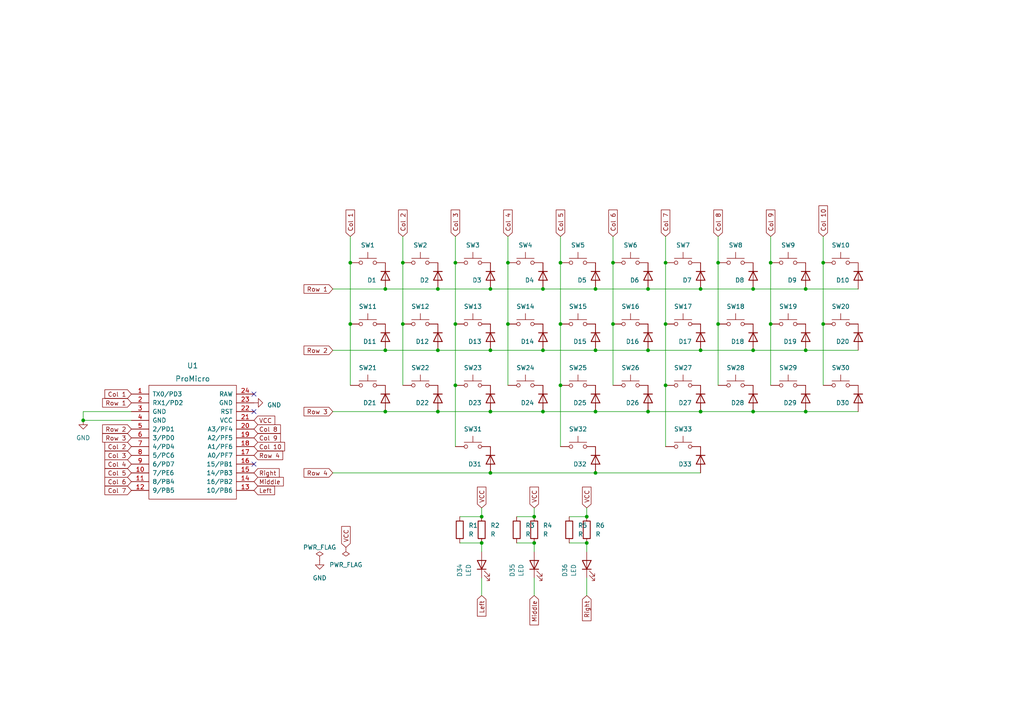
<source format=kicad_sch>
(kicad_sch (version 20230121) (generator eeschema)
  (paper "A4")
  (lib_symbols
    (symbol "Device:LED" (pin_numbers hide) (pin_names (offset 1.016) hide)
      (property "Reference" "D" (at 0 2.54 0))
      (property "Value" "LED" (at 0 -2.54 0))
      (symbol "LED_0_1"
        (polyline (pts (xy -1.27 -1.27) (xy -1.27 1.27)) (stroke (width 0.254)))
        (polyline (pts (xy -1.27 0) (xy 1.27 0)))
        (polyline (pts (xy 1.27 -1.27) (xy 1.27 1.27) (xy -1.27 0) (xy 1.27 -1.27)) (stroke (width 0.254)))
        (polyline (pts (xy -3.048 -0.762) (xy -4.572 -2.286) (xy -3.81 -2.286) (xy -4.572 -2.286) (xy -4.572 -1.524)))
        (polyline (pts (xy -1.778 -0.762) (xy -3.302 -2.286) (xy -2.54 -2.286) (xy -3.302 -2.286) (xy -3.302 -1.524)))
      )
      (symbol "LED_1_1"
        (pin passive line (at -3.81 0 0) (length 2.54) (name "K") (number "1"))
        (pin passive line (at 3.81 0 180) (length 2.54) (name "A") (number "2"))
      )
    )
    (symbol "Device:R" (pin_numbers hide) (pin_names (offset 0))
      (property "Reference" "R" (at 2.032 0 90))
      (property "Value" "R" (at 0 0 90))
      (symbol "R_0_1"
        (rectangle (start -1.016 -2.54) (end 1.016 2.54) (stroke (width 0.254)))
      )
      (symbol "R_1_1"
        (pin passive line (at 0 3.81 270) (length 1.27) (name "~") (number "1"))
        (pin passive line (at 0 -3.81 90) (length 1.27) (name "~") (number "2"))
      )
    )
    (symbol "Diode:1N4448W" (pin_numbers hide) (pin_names hide)
      (property "Reference" "D" (at 0 2.54 0))
      (property "Value" "1N4448W" (at 0 -2.54 0))
      (symbol "1N4448W_0_1"
        (polyline (pts (xy -1.27 1.27) (xy -1.27 -1.27)) (stroke (width 0.254)))
        (polyline (pts (xy 1.27 0) (xy -1.27 0)))
        (polyline (pts (xy 1.27 1.27) (xy 1.27 -1.27) (xy -1.27 0) (xy 1.27 1.27)) (stroke (width 0.254)))
      )
      (symbol "1N4448W_1_1"
        (pin passive line (at -3.81 0 0) (length 2.54) (name "K") (number "1"))
        (pin passive line (at 3.81 0 180) (length 2.54) (name "A") (number "2"))
      )
    )
    (symbol "Switch:SW_Push" (pin_numbers hide) (pin_names (offset 1.016) hide)
      (property "Reference" "SW" (at 1.27 2.54 0))
      (property "Value" "SW_Push" (at 0 -1.524 0))
      (symbol "SW_Push_0_1"
        (circle (center -2.032 0) (radius 0.508))
        (polyline (pts (xy 0 1.27) (xy 0 3.048)))
        (polyline (pts (xy 2.54 1.27) (xy -2.54 1.27)))
        (circle (center 2.032 0) (radius 0.508))
        (pin passive line (at -5.08 0 0) (length 2.54) (name "1") (number "1"))
        (pin passive line (at 5.08 0 180) (length 2.54) (name "2") (number "2"))
      )
    )
    (symbol "keebio:ProMicro" (pin_names (offset 1.016))
      (property "Reference" "U" (at 0 0 0))
      (property "Value" "ProMicro" (at 0 -19.05 0))
      (symbol "ProMicro_0_1"
        (rectangle (start -12.7 -16.51) (end 12.7 16.51))
      )
      (symbol "ProMicro_1_1"
        (pin input line (at -17.78 13.97 0) (length 5.08) (name "TX0/PD3") (number "1"))
        (pin input line (at -17.78 -8.89 0) (length 5.08) (name "7/PE6") (number "10"))
        (pin input line (at -17.78 -11.43 0) (length 5.08) (name "8/PB4") (number "11"))
        (pin input line (at -17.78 -13.97 0) (length 5.08) (name "9/PB5") (number "12"))
        (pin input line (at 17.78 -13.97 180) (length 5.08) (name "10/PB6") (number "13"))
        (pin input line (at 17.78 -11.43 180) (length 5.08) (name "16/PB2") (number "14"))
        (pin input line (at 17.78 -8.89 180) (length 5.08) (name "14/PB3") (number "15"))
        (pin input line (at 17.78 -6.35 180) (length 5.08) (name "15/PB1") (number "16"))
        (pin input line (at 17.78 -3.81 180) (length 5.08) (name "A0/PF7") (number "17"))
        (pin input line (at 17.78 -1.27 180) (length 5.08) (name "A1/PF6") (number "18"))
        (pin input line (at 17.78 1.27 180) (length 5.08) (name "A2/PF5") (number "19"))
        (pin input line (at -17.78 11.43 0) (length 5.08) (name "RX1/PD2") (number "2"))
        (pin input line (at 17.78 3.81 180) (length 5.08) (name "A3/PF4") (number "20"))
        (pin input line (at 17.78 6.35 180) (length 5.08) (name "VCC") (number "21"))
        (pin input line (at 17.78 8.89 180) (length 5.08) (name "RST") (number "22"))
        (pin input line (at 17.78 11.43 180) (length 5.08) (name "GND") (number "23"))
        (pin input line (at 17.78 13.97 180) (length 5.08) (name "RAW") (number "24"))
        (pin input line (at -17.78 8.89 0) (length 5.08) (name "GND") (number "3"))
        (pin input line (at -17.78 6.35 0) (length 5.08) (name "GND") (number "4"))
        (pin input line (at -17.78 3.81 0) (length 5.08) (name "2/PD1") (number "5"))
        (pin input line (at -17.78 1.27 0) (length 5.08) (name "3/PD0") (number "6"))
        (pin input line (at -17.78 -1.27 0) (length 5.08) (name "4/PD4") (number "7"))
        (pin input line (at -17.78 -3.81 0) (length 5.08) (name "5/PC6") (number "8"))
        (pin input line (at -17.78 -6.35 0) (length 5.08) (name "6/PD7") (number "9"))
      )
    )
    (symbol "power:GND" (power) (pin_names (offset 0))
      (property "Value" "GND" (at 0 -3.81 0))
      (symbol "GND_0_1"
        (polyline (pts (xy 0 0) (xy 0 -1.27) (xy 1.27 -1.27) (xy 0 -2.54) (xy -1.27 -1.27) (xy 0 -1.27)))
      )
      (symbol "GND_1_1"
        (pin power_in line (at 0 0 270) (length 0) hide (name "GND") (number "1"))
      )
    )
    (symbol "power:PWR_FLAG" (power) (pin_numbers hide) (pin_names (offset 0) hide)
      (property "Value" "PWR_FLAG" (at 0 3.81 0))
      (symbol "PWR_FLAG_0_0"
        (pin power_out line (at 0 0 90) (length 0) (name "pwr") (number "1"))
      )
      (symbol "PWR_FLAG_0_1"
        (polyline (pts (xy 0 0) (xy 0 1.27) (xy -1.016 1.905) (xy 0 2.54) (xy 1.016 1.905) (xy 0 1.27)))
      )
    )
  )
  (junction (at 203.2 119.38))
  (junction (at 127 101.6))
  (junction (at 233.68 101.6))
  (junction (at 116.84 76.2))
  (junction (at 101.6 76.2))
  (junction (at 162.56 111.76))
  (junction (at 142.24 101.6))
  (junction (at 203.2 101.6))
  (junction (at 193.04 93.98))
  (junction (at 187.96 119.38))
  (junction (at 218.44 83.82))
  (junction (at 147.32 93.98))
  (junction (at 24.13 121.92))
  (junction (at 170.18 157.48))
  (junction (at 142.24 119.38))
  (junction (at 154.94 157.48))
  (junction (at 142.24 137.16))
  (junction (at 139.7 149.86))
  (junction (at 132.08 76.2))
  (junction (at 127 119.38))
  (junction (at 162.56 76.2))
  (junction (at 157.48 119.38))
  (junction (at 218.44 101.6))
  (junction (at 233.68 83.82))
  (junction (at 132.08 93.98))
  (junction (at 147.32 76.2))
  (junction (at 208.28 93.98))
  (junction (at 172.72 119.38))
  (junction (at 238.76 93.98))
  (junction (at 139.7 157.48))
  (junction (at 193.04 76.2))
  (junction (at 132.08 111.76))
  (junction (at 238.76 76.2))
  (junction (at 170.18 149.86))
  (junction (at 193.04 111.76))
  (junction (at 223.52 76.2))
  (junction (at 187.96 101.6))
  (junction (at 101.6 93.98))
  (junction (at 142.24 83.82))
  (junction (at 111.76 101.6))
  (junction (at 187.96 83.82))
  (junction (at 233.68 119.38))
  (junction (at 218.44 119.38))
  (junction (at 177.8 93.98))
  (junction (at 111.76 119.38))
  (junction (at 208.28 76.2))
  (junction (at 111.76 83.82))
  (junction (at 203.2 83.82))
  (junction (at 162.56 93.98))
  (junction (at 177.8 76.2))
  (junction (at 172.72 101.6))
  (junction (at 127 83.82))
  (junction (at 154.94 149.86))
  (junction (at 172.72 83.82))
  (junction (at 157.48 101.6))
  (junction (at 172.72 137.16))
  (junction (at 223.52 93.98))
  (junction (at 116.84 93.98))
  (junction (at 157.48 83.82))
  (no_connect (at 73.66 119.38))
  (no_connect (at 73.66 134.62))
  (no_connect (at 73.66 114.3))
  (wire (pts (xy 233.68 83.82) (xy 248.92 83.82)))
  (wire (pts (xy 96.52 119.38) (xy 111.76 119.38)))
  (wire (pts (xy 142.24 101.6) (xy 157.48 101.6)))
  (wire (pts (xy 218.44 101.6) (xy 233.68 101.6)))
  (wire (pts (xy 238.76 93.98) (xy 238.76 111.76)))
  (wire (pts (xy 96.52 83.82) (xy 111.76 83.82)))
  (wire (pts (xy 111.76 101.6) (xy 127 101.6)))
  (wire (pts (xy 208.28 93.98) (xy 208.28 111.76)))
  (wire (pts (xy 116.84 68.58) (xy 116.84 76.2)))
  (wire (pts (xy 149.86 149.86) (xy 154.94 149.86)))
  (wire (pts (xy 101.6 76.2) (xy 101.6 93.98)))
  (wire (pts (xy 223.52 68.58) (xy 223.52 76.2)))
  (wire (pts (xy 127 101.6) (xy 142.24 101.6)))
  (wire (pts (xy 132.08 68.58) (xy 132.08 76.2)))
  (wire (pts (xy 133.35 149.86) (xy 139.7 149.86)))
  (wire (pts (xy 172.72 137.16) (xy 203.2 137.16)))
  (wire (pts (xy 187.96 119.38) (xy 203.2 119.38)))
  (wire (pts (xy 193.04 93.98) (xy 193.04 111.76)))
  (wire (pts (xy 157.48 119.38) (xy 172.72 119.38)))
  (wire (pts (xy 127 119.38) (xy 142.24 119.38)))
  (wire (pts (xy 154.94 172.72) (xy 154.94 167.64)))
  (wire (pts (xy 172.72 119.38) (xy 187.96 119.38)))
  (wire (pts (xy 162.56 93.98) (xy 162.56 111.76)))
  (wire (pts (xy 96.52 137.16) (xy 142.24 137.16)))
  (wire (pts (xy 127 83.82) (xy 142.24 83.82)))
  (wire (pts (xy 172.72 101.6) (xy 187.96 101.6)))
  (wire (pts (xy 101.6 93.98) (xy 101.6 111.76)))
  (wire (pts (xy 170.18 160.02) (xy 170.18 157.48)))
  (wire (pts (xy 233.68 101.6) (xy 248.92 101.6)))
  (wire (pts (xy 208.28 68.58) (xy 208.28 76.2)))
  (wire (pts (xy 165.1 157.48) (xy 170.18 157.48)))
  (wire (pts (xy 162.56 76.2) (xy 162.56 93.98)))
  (wire (pts (xy 208.28 76.2) (xy 208.28 93.98)))
  (wire (pts (xy 193.04 68.58) (xy 193.04 76.2)))
  (wire (pts (xy 111.76 83.82) (xy 127 83.82)))
  (wire (pts (xy 233.68 119.38) (xy 248.92 119.38)))
  (wire (pts (xy 111.76 119.38) (xy 127 119.38)))
  (wire (pts (xy 142.24 83.82) (xy 157.48 83.82)))
  (wire (pts (xy 218.44 119.38) (xy 233.68 119.38)))
  (wire (pts (xy 177.8 68.58) (xy 177.8 76.2)))
  (wire (pts (xy 139.7 160.02) (xy 139.7 157.48)))
  (wire (pts (xy 203.2 101.6) (xy 218.44 101.6)))
  (wire (pts (xy 116.84 93.98) (xy 116.84 111.76)))
  (wire (pts (xy 193.04 111.76) (xy 193.04 129.54)))
  (wire (pts (xy 132.08 76.2) (xy 132.08 93.98)))
  (wire (pts (xy 203.2 119.38) (xy 218.44 119.38)))
  (wire (pts (xy 142.24 137.16) (xy 172.72 137.16)))
  (wire (pts (xy 96.52 101.6) (xy 111.76 101.6)))
  (wire (pts (xy 142.24 119.38) (xy 157.48 119.38)))
  (wire (pts (xy 147.32 93.98) (xy 147.32 111.76)))
  (wire (pts (xy 223.52 76.2) (xy 223.52 93.98)))
  (wire (pts (xy 157.48 101.6) (xy 172.72 101.6)))
  (wire (pts (xy 139.7 147.32) (xy 139.7 149.86)))
  (wire (pts (xy 133.35 157.48) (xy 139.7 157.48)))
  (wire (pts (xy 165.1 149.86) (xy 170.18 149.86)))
  (wire (pts (xy 154.94 147.32) (xy 154.94 149.86)))
  (wire (pts (xy 187.96 101.6) (xy 203.2 101.6)))
  (wire (pts (xy 132.08 93.98) (xy 132.08 111.76)))
  (wire (pts (xy 149.86 157.48) (xy 154.94 157.48)))
  (wire (pts (xy 193.04 76.2) (xy 193.04 93.98)))
  (wire (pts (xy 147.32 68.58) (xy 147.32 76.2)))
  (wire (pts (xy 154.94 160.02) (xy 154.94 157.48)))
  (wire (pts (xy 132.08 111.76) (xy 132.08 129.54)))
  (wire (pts (xy 157.48 83.82) (xy 172.72 83.82)))
  (wire (pts (xy 238.76 68.58) (xy 238.76 76.2)))
  (wire (pts (xy 101.6 68.58) (xy 101.6 76.2)))
  (wire (pts (xy 177.8 76.2) (xy 177.8 93.98)))
  (wire (pts (xy 162.56 68.58) (xy 162.56 76.2)))
  (wire (pts (xy 223.52 93.98) (xy 223.52 111.76)))
  (wire (pts (xy 116.84 76.2) (xy 116.84 93.98)))
  (wire (pts (xy 162.56 111.76) (xy 162.56 129.54)))
  (wire (pts (xy 139.7 172.72) (xy 139.7 167.64)))
  (wire (pts (xy 170.18 147.32) (xy 170.18 149.86)))
  (wire (pts (xy 24.13 121.92) (xy 38.1 121.92)))
  (wire (pts (xy 203.2 83.82) (xy 218.44 83.82)))
  (wire (pts (xy 177.8 93.98) (xy 177.8 111.76)))
  (wire (pts (xy 24.13 119.38) (xy 24.13 121.92)))
  (wire (pts (xy 238.76 76.2) (xy 238.76 93.98)))
  (wire (pts (xy 147.32 76.2) (xy 147.32 93.98)))
  (wire (pts (xy 38.1 119.38) (xy 24.13 119.38)))
  (wire (pts (xy 170.18 172.72) (xy 170.18 167.64)))
  (wire (pts (xy 187.96 83.82) (xy 203.2 83.82)))
  (wire (pts (xy 172.72 83.82) (xy 187.96 83.82)))
  (wire (pts (xy 218.44 83.82) (xy 233.68 83.82)))
  (global_label "Row 1" (shape input) (at 38.1 116.84 180) (property "Intersheetrefs" "${INTERSHEET_REFS}" (effects hide)))
  (global_label "Row 4" (shape input) (at 96.52 137.16 180) (property "Intersheetrefs" "${INTERSHEET_REFS}" (effects hide)))
  (global_label "Middle" (shape input) (at 154.94 172.72 270) (property "Intersheetrefs" "${INTERSHEET_REFS}" (effects hide)))
  (global_label "Col 6" (shape input) (at 38.1 139.7 180) (property "Intersheetrefs" "${INTERSHEET_REFS}" (effects hide)))
  (global_label "Row 2" (shape input) (at 38.1 124.46 180) (property "Intersheetrefs" "${INTERSHEET_REFS}" (effects hide)))
  (global_label "VCC" (shape input) (at 73.66 121.92 0) (property "Intersheetrefs" "${INTERSHEET_REFS}" (effects hide)))
  (global_label "Col 10" (shape input) (at 73.66 129.54 0) (property "Intersheetrefs" "${INTERSHEET_REFS}" (effects hide)))
  (global_label "Right" (shape input) (at 73.66 137.16 0) (property "Intersheetrefs" "${INTERSHEET_REFS}" (effects hide)))
  (global_label "Col 5" (shape input) (at 162.56 68.58 90) (property "Intersheetrefs" "${INTERSHEET_REFS}" (effects hide)))
  (global_label "Col 2" (shape input) (at 38.1 129.54 180) (property "Intersheetrefs" "${INTERSHEET_REFS}" (effects hide)))
  (global_label "Middle" (shape input) (at 73.66 139.7 0) (property "Intersheetrefs" "${INTERSHEET_REFS}" (effects hide)))
  (global_label "Col 9" (shape input) (at 223.52 68.58 90) (property "Intersheetrefs" "${INTERSHEET_REFS}" (effects hide)))
  (global_label "Col 3" (shape input) (at 38.1 132.08 180) (property "Intersheetrefs" "${INTERSHEET_REFS}" (effects hide)))
  (global_label "Col 4" (shape input) (at 147.32 68.58 90) (property "Intersheetrefs" "${INTERSHEET_REFS}" (effects hide)))
  (global_label "Col 6" (shape input) (at 177.8 68.58 90) (property "Intersheetrefs" "${INTERSHEET_REFS}" (effects hide)))
  (global_label "Col 2" (shape input) (at 116.84 68.58 90) (property "Intersheetrefs" "${INTERSHEET_REFS}" (effects hide)))
  (global_label "Col 7" (shape input) (at 193.04 68.58 90) (property "Intersheetrefs" "${INTERSHEET_REFS}" (effects hide)))
  (global_label "VCC" (shape input) (at 100.33 158.75 90) (property "Intersheetrefs" "${INTERSHEET_REFS}" (effects hide)))
  (global_label "Left" (shape input) (at 139.7 172.72 270) (property "Intersheetrefs" "${INTERSHEET_REFS}" (effects hide)))
  (global_label "Row 1" (shape input) (at 96.52 83.82 180) (property "Intersheetrefs" "${INTERSHEET_REFS}" (effects hide)))
  (global_label "Col 10" (shape input) (at 238.76 68.58 90) (property "Intersheetrefs" "${INTERSHEET_REFS}" (effects hide)))
  (global_label "Col 8" (shape input) (at 73.66 124.46 0) (property "Intersheetrefs" "${INTERSHEET_REFS}" (effects hide)))
  (global_label "VCC" (shape input) (at 154.94 147.32 90) (property "Intersheetrefs" "${INTERSHEET_REFS}" (effects hide)))
  (global_label "Col 3" (shape input) (at 132.08 68.58 90) (property "Intersheetrefs" "${INTERSHEET_REFS}" (effects hide)))
  (global_label "Col 4" (shape input) (at 38.1 134.62 180) (property "Intersheetrefs" "${INTERSHEET_REFS}" (effects hide)))
  (global_label "VCC" (shape input) (at 170.18 147.32 90) (property "Intersheetrefs" "${INTERSHEET_REFS}" (effects hide)))
  (global_label "Row 3" (shape input) (at 38.1 127 180) (property "Intersheetrefs" "${INTERSHEET_REFS}" (effects hide)))
  (global_label "Row 4" (shape input) (at 73.66 132.08 0) (property "Intersheetrefs" "${INTERSHEET_REFS}" (effects hide)))
  (global_label "Right" (shape input) (at 170.18 172.72 270) (property "Intersheetrefs" "${INTERSHEET_REFS}" (effects hide)))
  (global_label "Col 7" (shape input) (at 38.1 142.24 180) (property "Intersheetrefs" "${INTERSHEET_REFS}" (effects hide)))
  (global_label "Col 1" (shape input) (at 101.6 68.58 90) (property "Intersheetrefs" "${INTERSHEET_REFS}" (effects hide)))
  (global_label "Row 2" (shape input) (at 96.52 101.6 180) (property "Intersheetrefs" "${INTERSHEET_REFS}" (effects hide)))
  (global_label "Left" (shape input) (at 73.66 142.24 0) (property "Intersheetrefs" "${INTERSHEET_REFS}" (effects hide)))
  (global_label "Row 3" (shape input) (at 96.52 119.38 180) (property "Intersheetrefs" "${INTERSHEET_REFS}" (effects hide)))
  (global_label "Col 9" (shape input) (at 73.66 127 0) (property "Intersheetrefs" "${INTERSHEET_REFS}" (effects hide)))
  (global_label "Col 5" (shape input) (at 38.1 137.16 180) (property "Intersheetrefs" "${INTERSHEET_REFS}" (effects hide)))
  (global_label "Col 1" (shape input) (at 38.1 114.3 180) (property "Intersheetrefs" "${INTERSHEET_REFS}" (effects hide)))
  (global_label "Col 8" (shape input) (at 208.28 68.58 90) (property "Intersheetrefs" "${INTERSHEET_REFS}" (effects hide)))
  (global_label "VCC" (shape input) (at 139.7 147.32 90) (property "Intersheetrefs" "${INTERSHEET_REFS}" (effects hide)))
  (symbol (lib_id "Diode:1N4448W") (at 203.2 80.01 270) (unit 1)
    (property "Reference" "D7" (at 200.66 81.2801 90) (effects (justify right)))
    (property "Value" "1N4448W" (effects hide))
    (property "Footprint" "Diode_SMD:D_SOD-123" (effects hide))
    (property "Datasheet" "https://www.vishay.com/docs/85722/1n4448w.pdf" (effects hide))
  )
  (symbol (lib_id "Switch:SW_Push") (at 198.12 111.76 0) (unit 1)
    (property "Reference" "SW27" (at 198.12 106.68 0))
    (property "Value" "SW_Push" (effects hide))
    (property "Footprint" "Keyboard_JSA:MX_Hotswap" (effects hide))
  )
  (symbol (lib_id "power:GND") (at 73.66 116.84 90) (unit 1)
    (property "Reference" "#PWR01" (effects hide))
    (property "Value" "GND" (at 77.47 117.475 90) (effects (justify right)))
  )
  (symbol (lib_id "Switch:SW_Push") (at 137.16 129.54 0) (unit 1)
    (property "Reference" "SW31" (at 137.16 124.46 0))
    (property "Value" "SW_Push" (effects hide))
    (property "Footprint" "Keyboard_JSA:MX_Hotswap" (effects hide))
  )
  (symbol (lib_id "Diode:1N4448W") (at 218.44 115.57 270) (unit 1)
    (property "Reference" "D28" (at 215.9 116.8401 90) (effects (justify right)))
    (property "Value" "1N4448W" (effects hide))
    (property "Footprint" "Diode_SMD:D_SOD-123" (effects hide))
    (property "Datasheet" "https://www.vishay.com/docs/85722/1n4448w.pdf" (effects hide))
  )
  (symbol (lib_id "power:GND") (at 24.13 121.92 0) (unit 1)
    (property "Reference" "#PWR02" (effects hide))
    (property "Value" "GND" (at 24.13 127 0))
  )
  (symbol (lib_id "Device:R") (at 154.94 153.67 0) (unit 1)
    (property "Reference" "R4" (at 157.48 152.3999 0) (effects (justify left)))
    (property "Value" "R" (at 157.48 154.9399 0) (effects (justify left)))
    (property "Footprint" "Resistor_THT:R_Axial_DIN0207_L6.3mm_D2.5mm_P10.16mm_Horizontal" (effects hide))
  )
  (symbol (lib_id "Switch:SW_Push") (at 152.4 93.98 0) (unit 1)
    (property "Reference" "SW14" (at 152.4 88.9 0))
    (property "Value" "SW_Push" (effects hide))
    (property "Footprint" "Keyboard_JSA:MX_Hotswap" (effects hide))
  )
  (symbol (lib_id "Switch:SW_Push") (at 213.36 93.98 0) (unit 1)
    (property "Reference" "SW18" (at 213.36 88.9 0))
    (property "Value" "SW_Push" (effects hide))
    (property "Footprint" "Keyboard_JSA:MX_Hotswap" (effects hide))
  )
  (symbol (lib_id "Diode:1N4448W") (at 172.72 115.57 270) (unit 1)
    (property "Reference" "D25" (at 170.18 116.8401 90) (effects (justify right)))
    (property "Value" "1N4448W" (effects hide))
    (property "Footprint" "Diode_SMD:D_SOD-123" (effects hide))
    (property "Datasheet" "https://www.vishay.com/docs/85722/1n4448w.pdf" (effects hide))
  )
  (symbol (lib_id "Switch:SW_Push") (at 228.6 93.98 0) (unit 1)
    (property "Reference" "SW19" (at 228.6 88.9 0))
    (property "Value" "SW_Push" (effects hide))
    (property "Footprint" "Keyboard_JSA:MX_Hotswap" (effects hide))
  )
  (symbol (lib_id "Diode:1N4448W") (at 233.68 80.01 270) (unit 1)
    (property "Reference" "D9" (at 231.14 81.2801 90) (effects (justify right)))
    (property "Value" "1N4448W" (effects hide))
    (property "Footprint" "Diode_SMD:D_SOD-123" (effects hide))
    (property "Datasheet" "https://www.vishay.com/docs/85722/1n4448w.pdf" (effects hide))
  )
  (symbol (lib_id "Device:LED") (at 139.7 163.83 90) (unit 1)
    (property "Reference" "D34" (at 133.35 165.4175 0))
    (property "Value" "LED" (at 135.89 165.4175 0))
    (property "Footprint" "LED_THT:LED_D3.0mm" (effects hide))
  )
  (symbol (lib_id "Switch:SW_Push") (at 121.92 76.2 0) (unit 1)
    (property "Reference" "SW2" (at 121.92 71.12 0))
    (property "Value" "SW_Push" (effects hide))
    (property "Footprint" "Keyboard_JSA:MX_Hotswap" (effects hide))
  )
  (symbol (lib_id "Diode:1N4448W") (at 203.2 97.79 270) (unit 1)
    (property "Reference" "D17" (at 200.66 99.0601 90) (effects (justify right)))
    (property "Value" "1N4448W" (effects hide))
    (property "Footprint" "Diode_SMD:D_SOD-123" (effects hide))
    (property "Datasheet" "https://www.vishay.com/docs/85722/1n4448w.pdf" (effects hide))
  )
  (symbol (lib_id "Diode:1N4448W") (at 218.44 80.01 270) (unit 1)
    (property "Reference" "D8" (at 215.9 81.2801 90) (effects (justify right)))
    (property "Value" "1N4448W" (effects hide))
    (property "Footprint" "Diode_SMD:D_SOD-123" (effects hide))
    (property "Datasheet" "https://www.vishay.com/docs/85722/1n4448w.pdf" (effects hide))
  )
  (symbol (lib_id "Diode:1N4448W") (at 127 80.01 270) (unit 1)
    (property "Reference" "D2" (at 124.46 81.2801 90) (effects (justify right)))
    (property "Value" "1N4448W" (effects hide))
    (property "Footprint" "Diode_SMD:D_SOD-123" (effects hide))
    (property "Datasheet" "https://www.vishay.com/docs/85722/1n4448w.pdf" (effects hide))
  )
  (symbol (lib_id "Diode:1N4448W") (at 111.76 80.01 270) (unit 1)
    (property "Reference" "D1" (at 109.22 81.2801 90) (effects (justify right)))
    (property "Value" "1N4448W" (effects hide))
    (property "Footprint" "Diode_SMD:D_SOD-123" (effects hide))
    (property "Datasheet" "https://www.vishay.com/docs/85722/1n4448w.pdf" (effects hide))
  )
  (symbol (lib_id "Diode:1N4448W") (at 157.48 80.01 270) (unit 1)
    (property "Reference" "D4" (at 154.94 81.2801 90) (effects (justify right)))
    (property "Value" "1N4448W" (effects hide))
    (property "Footprint" "Diode_SMD:D_SOD-123" (effects hide))
    (property "Datasheet" "https://www.vishay.com/docs/85722/1n4448w.pdf" (effects hide))
  )
  (symbol (lib_id "Device:LED") (at 170.18 163.83 90) (unit 1)
    (property "Reference" "D36" (at 163.83 165.4175 0))
    (property "Value" "LED" (at 166.37 165.4175 0))
    (property "Footprint" "LED_THT:LED_D3.0mm" (effects hide))
  )
  (symbol (lib_id "Device:R") (at 149.86 153.67 0) (unit 1)
    (property "Reference" "R3" (at 152.4 152.3999 0) (effects (justify left)))
    (property "Value" "R" (at 152.4 154.9399 0) (effects (justify left)))
    (property "Footprint" "Resistor_SMD:R_0805_2012Metric_Pad1.20x1.40mm_HandSolder" (effects hide))
  )
  (symbol (lib_id "Switch:SW_Push") (at 137.16 93.98 0) (unit 1)
    (property "Reference" "SW13" (at 137.16 88.9 0))
    (property "Value" "SW_Push" (effects hide))
    (property "Footprint" "Keyboard_JSA:MX_Hotswap" (effects hide))
  )
  (symbol (lib_id "power:GND") (at 92.71 162.56 0) (unit 1)
    (property "Reference" "#PWR03" (effects hide))
    (property "Value" "GND" (at 92.71 167.64 0))
  )
  (symbol (lib_id "Switch:SW_Push") (at 167.64 93.98 0) (unit 1)
    (property "Reference" "SW15" (at 167.64 88.9 0))
    (property "Value" "SW_Push" (effects hide))
    (property "Footprint" "Keyboard_JSA:MX_Hotswap" (effects hide))
  )
  (symbol (lib_id "Switch:SW_Push") (at 213.36 76.2 0) (unit 1)
    (property "Reference" "SW8" (at 213.36 71.12 0))
    (property "Value" "SW_Push" (effects hide))
    (property "Footprint" "Keyboard_JSA:MX_Hotswap" (effects hide))
  )
  (symbol (lib_id "Switch:SW_Push") (at 198.12 129.54 0) (unit 1)
    (property "Reference" "SW33" (at 198.12 124.46 0))
    (property "Value" "SW_Push" (effects hide))
    (property "Footprint" "Keyboard_JSA:MX_Hotswap" (effects hide))
  )
  (symbol (lib_id "Diode:1N4448W") (at 203.2 115.57 270) (unit 1)
    (property "Reference" "D27" (at 200.66 116.8401 90) (effects (justify right)))
    (property "Value" "1N4448W" (effects hide))
    (property "Footprint" "Diode_SMD:D_SOD-123" (effects hide))
    (property "Datasheet" "https://www.vishay.com/docs/85722/1n4448w.pdf" (effects hide))
  )
  (symbol (lib_id "Switch:SW_Push") (at 167.64 129.54 0) (unit 1)
    (property "Reference" "SW32" (at 167.64 124.46 0))
    (property "Value" "SW_Push" (effects hide))
    (property "Footprint" "Keyboard_JSA:MX_Hotswap" (effects hide))
  )
  (symbol (lib_id "Switch:SW_Push") (at 152.4 111.76 0) (unit 1)
    (property "Reference" "SW24" (at 152.4 106.68 0))
    (property "Value" "SW_Push" (effects hide))
    (property "Footprint" "Keyboard_JSA:MX_Hotswap" (effects hide))
  )
  (symbol (lib_id "Switch:SW_Push") (at 121.92 111.76 0) (unit 1)
    (property "Reference" "SW22" (at 121.92 106.68 0))
    (property "Value" "SW_Push" (effects hide))
    (property "Footprint" "Keyboard_JSA:MX_Hotswap" (effects hide))
  )
  (symbol (lib_id "Diode:1N4448W") (at 233.68 97.79 270) (unit 1)
    (property "Reference" "D19" (at 231.14 99.0601 90) (effects (justify right)))
    (property "Value" "1N4448W" (effects hide))
    (property "Footprint" "Diode_SMD:D_SOD-123" (effects hide))
    (property "Datasheet" "https://www.vishay.com/docs/85722/1n4448w.pdf" (effects hide))
  )
  (symbol (lib_id "Switch:SW_Push") (at 167.64 76.2 0) (unit 1)
    (property "Reference" "SW5" (at 167.64 71.12 0))
    (property "Value" "SW_Push" (effects hide))
    (property "Footprint" "Keyboard_JSA:MX_Hotswap" (effects hide))
  )
  (symbol (lib_id "Switch:SW_Push") (at 243.84 111.76 0) (unit 1)
    (property "Reference" "SW30" (at 243.84 106.68 0))
    (property "Value" "SW_Push" (effects hide))
    (property "Footprint" "Keyboard_JSA:MX_Hotswap" (effects hide))
  )
  (symbol (lib_id "Diode:1N4448W") (at 172.72 133.35 270) (unit 1)
    (property "Reference" "D32" (at 170.18 134.6201 90) (effects (justify right)))
    (property "Value" "1N4448W" (effects hide))
    (property "Footprint" "Diode_SMD:D_SOD-123" (effects hide))
    (property "Datasheet" "https://www.vishay.com/docs/85722/1n4448w.pdf" (effects hide))
  )
  (symbol (lib_id "Diode:1N4448W") (at 127 97.79 270) (unit 1)
    (property "Reference" "D12" (at 124.46 99.0601 90) (effects (justify right)))
    (property "Value" "1N4448W" (effects hide))
    (property "Footprint" "Diode_SMD:D_SOD-123" (effects hide))
    (property "Datasheet" "https://www.vishay.com/docs/85722/1n4448w.pdf" (effects hide))
  )
  (symbol (lib_id "Switch:SW_Push") (at 198.12 93.98 0) (unit 1)
    (property "Reference" "SW17" (at 198.12 88.9 0))
    (property "Value" "SW_Push" (effects hide))
    (property "Footprint" "Keyboard_JSA:MX_Hotswap" (effects hide))
  )
  (symbol (lib_id "Device:R") (at 165.1 153.67 0) (unit 1)
    (property "Reference" "R5" (at 167.64 152.3999 0) (effects (justify left)))
    (property "Value" "R" (at 167.64 154.9399 0) (effects (justify left)))
    (property "Footprint" "Resistor_SMD:R_0805_2012Metric_Pad1.20x1.40mm_HandSolder" (effects hide))
  )
  (symbol (lib_id "Switch:SW_Push") (at 228.6 76.2 0) (unit 1)
    (property "Reference" "SW9" (at 228.6 71.12 0))
    (property "Value" "SW_Push" (effects hide))
    (property "Footprint" "Keyboard_JSA:MX_Hotswap" (effects hide))
  )
  (symbol (lib_id "Switch:SW_Push") (at 243.84 76.2 0) (unit 1)
    (property "Reference" "SW10" (at 243.84 71.12 0))
    (property "Value" "SW_Push" (effects hide))
    (property "Footprint" "Keyboard_JSA:MX_Hotswap" (effects hide))
  )
  (symbol (lib_id "Switch:SW_Push") (at 121.92 93.98 0) (unit 1)
    (property "Reference" "SW12" (at 121.92 88.9 0))
    (property "Value" "SW_Push" (effects hide))
    (property "Footprint" "Keyboard_JSA:MX_Hotswap" (effects hide))
  )
  (symbol (lib_id "Diode:1N4448W") (at 233.68 115.57 270) (unit 1)
    (property "Reference" "D29" (at 231.14 116.8401 90) (effects (justify right)))
    (property "Value" "1N4448W" (effects hide))
    (property "Footprint" "Diode_SMD:D_SOD-123" (effects hide))
    (property "Datasheet" "https://www.vishay.com/docs/85722/1n4448w.pdf" (effects hide))
  )
  (symbol (lib_id "keebio:ProMicro") (at 55.88 128.27 0) (unit 1)
    (property "Reference" "U1" (at 55.88 106.045 0) (effects (font (size 1.524 1.524))))
    (property "Value" "ProMicro" (at 55.88 109.855 0) (effects (font (size 1.524 1.524))))
    (property "Footprint" "Keyboard_JSA:ArduinoProMicro" (effects hide))
  )
  (symbol (lib_id "Diode:1N4448W") (at 248.92 115.57 270) (unit 1)
    (property "Reference" "D30" (at 246.38 116.8401 90) (effects (justify right)))
    (property "Value" "1N4448W" (effects hide))
    (property "Footprint" "Diode_SMD:D_SOD-123" (effects hide))
    (property "Datasheet" "https://www.vishay.com/docs/85722/1n4448w.pdf" (effects hide))
  )
  (symbol (lib_id "Diode:1N4448W") (at 203.2 133.35 270) (unit 1)
    (property "Reference" "D33" (at 200.66 134.6201 90) (effects (justify right)))
    (property "Value" "1N4448W" (effects hide))
    (property "Footprint" "Diode_SMD:D_SOD-123" (effects hide))
    (property "Datasheet" "https://www.vishay.com/docs/85722/1n4448w.pdf" (effects hide))
  )
  (symbol (lib_id "power:PWR_FLAG") (at 100.33 158.75 180) (unit 1)
    (property "Reference" "#FLG01" (effects hide))
    (property "Value" "PWR_FLAG" (at 100.33 163.83 0))
  )
  (symbol (lib_id "Diode:1N4448W") (at 142.24 115.57 270) (unit 1)
    (property "Reference" "D23" (at 139.7 116.8401 90) (effects (justify right)))
    (property "Value" "1N4448W" (effects hide))
    (property "Footprint" "Diode_SMD:D_SOD-123" (effects hide))
    (property "Datasheet" "https://www.vishay.com/docs/85722/1n4448w.pdf" (effects hide))
  )
  (symbol (lib_id "Switch:SW_Push") (at 182.88 93.98 0) (unit 1)
    (property "Reference" "SW16" (at 182.88 88.9 0))
    (property "Value" "SW_Push" (effects hide))
    (property "Footprint" "Keyboard_JSA:MX_Hotswap" (effects hide))
  )
  (symbol (lib_id "Diode:1N4448W") (at 172.72 97.79 270) (unit 1)
    (property "Reference" "D15" (at 170.18 99.0601 90) (effects (justify right)))
    (property "Value" "1N4448W" (effects hide))
    (property "Footprint" "Diode_SMD:D_SOD-123" (effects hide))
    (property "Datasheet" "https://www.vishay.com/docs/85722/1n4448w.pdf" (effects hide))
  )
  (symbol (lib_id "Diode:1N4448W") (at 187.96 115.57 270) (unit 1)
    (property "Reference" "D26" (at 185.42 116.8401 90) (effects (justify right)))
    (property "Value" "1N4448W" (effects hide))
    (property "Footprint" "Diode_SMD:D_SOD-123" (effects hide))
    (property "Datasheet" "https://www.vishay.com/docs/85722/1n4448w.pdf" (effects hide))
  )
  (symbol (lib_id "Diode:1N4448W") (at 111.76 115.57 270) (unit 1)
    (property "Reference" "D21" (at 109.22 116.8401 90) (effects (justify right)))
    (property "Value" "1N4448W" (effects hide))
    (property "Footprint" "Diode_SMD:D_SOD-123" (effects hide))
    (property "Datasheet" "https://www.vishay.com/docs/85722/1n4448w.pdf" (effects hide))
  )
  (symbol (lib_id "power:PWR_FLAG") (at 92.71 162.56 0) (unit 1)
    (property "Reference" "#FLG02" (effects hide))
    (property "Value" "PWR_FLAG" (at 92.71 158.75 0))
  )
  (symbol (lib_id "Switch:SW_Push") (at 106.68 76.2 0) (unit 1)
    (property "Reference" "SW1" (at 106.68 71.12 0))
    (property "Value" "SW_Push" (effects hide))
    (property "Footprint" "Keyboard_JSA:MX_Hotswap" (effects hide))
  )
  (symbol (lib_id "Switch:SW_Push") (at 243.84 93.98 0) (unit 1)
    (property "Reference" "SW20" (at 243.84 88.9 0))
    (property "Value" "SW_Push" (effects hide))
    (property "Footprint" "Keyboard_JSA:MX_Hotswap" (effects hide))
  )
  (symbol (lib_id "Device:R") (at 139.7 153.67 0) (unit 1)
    (property "Reference" "R2" (at 142.24 152.3999 0) (effects (justify left)))
    (property "Value" "R" (at 142.24 154.9399 0) (effects (justify left)))
    (property "Footprint" "Resistor_THT:R_Axial_DIN0207_L6.3mm_D2.5mm_P10.16mm_Horizontal" (effects hide))
  )
  (symbol (lib_id "Diode:1N4448W") (at 172.72 80.01 270) (unit 1)
    (property "Reference" "D5" (at 170.18 81.2801 90) (effects (justify right)))
    (property "Value" "1N4448W" (effects hide))
    (property "Footprint" "Diode_SMD:D_SOD-123" (effects hide))
    (property "Datasheet" "https://www.vishay.com/docs/85722/1n4448w.pdf" (effects hide))
  )
  (symbol (lib_id "Switch:SW_Push") (at 182.88 111.76 0) (unit 1)
    (property "Reference" "SW26" (at 182.88 106.68 0))
    (property "Value" "SW_Push" (effects hide))
    (property "Footprint" "Keyboard_JSA:MX_Hotswap" (effects hide))
  )
  (symbol (lib_id "Device:R") (at 170.18 153.67 0) (unit 1)
    (property "Reference" "R6" (at 172.72 152.3999 0) (effects (justify left)))
    (property "Value" "R" (at 172.72 154.9399 0) (effects (justify left)))
    (property "Footprint" "Resistor_THT:R_Axial_DIN0207_L6.3mm_D2.5mm_P10.16mm_Horizontal" (effects hide))
  )
  (symbol (lib_id "Device:LED") (at 154.94 163.83 90) (unit 1)
    (property "Reference" "D35" (at 148.59 165.4175 0))
    (property "Value" "LED" (at 151.13 165.4175 0))
    (property "Footprint" "LED_THT:LED_D3.0mm" (effects hide))
  )
  (symbol (lib_id "Switch:SW_Push") (at 137.16 76.2 0) (unit 1)
    (property "Reference" "SW3" (at 137.16 71.12 0))
    (property "Value" "SW_Push" (effects hide))
    (property "Footprint" "Keyboard_JSA:MX_Hotswap" (effects hide))
  )
  (symbol (lib_id "Diode:1N4448W") (at 142.24 133.35 270) (unit 1)
    (property "Reference" "D31" (at 139.7 134.6201 90) (effects (justify right)))
    (property "Value" "1N4448W" (effects hide))
    (property "Footprint" "Diode_SMD:D_SOD-123" (effects hide))
    (property "Datasheet" "https://www.vishay.com/docs/85722/1n4448w.pdf" (effects hide))
  )
  (symbol (lib_id "Diode:1N4448W") (at 157.48 115.57 270) (unit 1)
    (property "Reference" "D24" (at 154.94 116.8401 90) (effects (justify right)))
    (property "Value" "1N4448W" (effects hide))
    (property "Footprint" "Diode_SMD:D_SOD-123" (effects hide))
    (property "Datasheet" "https://www.vishay.com/docs/85722/1n4448w.pdf" (effects hide))
  )
  (symbol (lib_id "Diode:1N4448W") (at 218.44 97.79 270) (unit 1)
    (property "Reference" "D18" (at 215.9 99.0601 90) (effects (justify right)))
    (property "Value" "1N4448W" (effects hide))
    (property "Footprint" "Diode_SMD:D_SOD-123" (effects hide))
    (property "Datasheet" "https://www.vishay.com/docs/85722/1n4448w.pdf" (effects hide))
  )
  (symbol (lib_id "Switch:SW_Push") (at 106.68 111.76 0) (unit 1)
    (property "Reference" "SW21" (at 106.68 106.68 0))
    (property "Value" "SW_Push" (effects hide))
    (property "Footprint" "Keyboard_JSA:MX_Hotswap" (effects hide))
  )
  (symbol (lib_id "Diode:1N4448W") (at 187.96 80.01 270) (unit 1)
    (property "Reference" "D6" (at 185.42 81.2801 90) (effects (justify right)))
    (property "Value" "1N4448W" (effects hide))
    (property "Footprint" "Diode_SMD:D_SOD-123" (effects hide))
    (property "Datasheet" "https://www.vishay.com/docs/85722/1n4448w.pdf" (effects hide))
  )
  (symbol (lib_id "Diode:1N4448W") (at 157.48 97.79 270) (unit 1)
    (property "Reference" "D14" (at 154.94 99.0601 90) (effects (justify right)))
    (property "Value" "1N4448W" (effects hide))
    (property "Footprint" "Diode_SMD:D_SOD-123" (effects hide))
    (property "Datasheet" "https://www.vishay.com/docs/85722/1n4448w.pdf" (effects hide))
  )
  (symbol (lib_id "Diode:1N4448W") (at 142.24 97.79 270) (unit 1)
    (property "Reference" "D13" (at 139.7 99.0601 90) (effects (justify right)))
    (property "Value" "1N4448W" (effects hide))
    (property "Footprint" "Diode_SMD:D_SOD-123" (effects hide))
    (property "Datasheet" "https://www.vishay.com/docs/85722/1n4448w.pdf" (effects hide))
  )
  (symbol (lib_id "Diode:1N4448W") (at 127 115.57 270) (unit 1)
    (property "Reference" "D22" (at 124.46 116.8401 90) (effects (justify right)))
    (property "Value" "1N4448W" (effects hide))
    (property "Footprint" "Diode_SMD:D_SOD-123" (effects hide))
    (property "Datasheet" "https://www.vishay.com/docs/85722/1n4448w.pdf" (effects hide))
  )
  (symbol (lib_id "Diode:1N4448W") (at 142.24 80.01 270) (unit 1)
    (property "Reference" "D3" (at 139.7 81.2801 90) (effects (justify right)))
    (property "Value" "1N4448W" (effects hide))
    (property "Footprint" "Diode_SMD:D_SOD-123" (effects hide))
    (property "Datasheet" "https://www.vishay.com/docs/85722/1n4448w.pdf" (effects hide))
  )
  (symbol (lib_id "Switch:SW_Push") (at 182.88 76.2 0) (unit 1)
    (property "Reference" "SW6" (at 182.88 71.12 0))
    (property "Value" "SW_Push" (effects hide))
    (property "Footprint" "Keyboard_JSA:MX_Hotswap" (effects hide))
  )
  (symbol (lib_id "Switch:SW_Push") (at 152.4 76.2 0) (unit 1)
    (property "Reference" "SW4" (at 152.4 71.12 0))
    (property "Value" "SW_Push" (effects hide))
    (property "Footprint" "Keyboard_JSA:MX_Hotswap" (effects hide))
  )
  (symbol (lib_id "Diode:1N4448W") (at 187.96 97.79 270) (unit 1)
    (property "Reference" "D16" (at 185.42 99.0601 90) (effects (justify right)))
    (property "Value" "1N4448W" (effects hide))
    (property "Footprint" "Diode_SMD:D_SOD-123" (effects hide))
    (property "Datasheet" "https://www.vishay.com/docs/85722/1n4448w.pdf" (effects hide))
  )
  (symbol (lib_id "Switch:SW_Push") (at 198.12 76.2 0) (unit 1)
    (property "Reference" "SW7" (at 198.12 71.12 0))
    (property "Value" "SW_Push" (effects hide))
    (property "Footprint" "Keyboard_JSA:MX_Hotswap" (effects hide))
  )
  (symbol (lib_id "Diode:1N4448W") (at 248.92 80.01 270) (unit 1)
    (property "Reference" "D10" (at 246.38 81.2801 90) (effects (justify right)))
    (property "Value" "1N4448W" (effects hide))
    (property "Footprint" "Diode_SMD:D_SOD-123" (effects hide))
    (property "Datasheet" "https://www.vishay.com/docs/85722/1n4448w.pdf" (effects hide))
  )
  (symbol (lib_id "Switch:SW_Push") (at 167.64 111.76 0) (unit 1)
    (property "Reference" "SW25" (at 167.64 106.68 0))
    (property "Value" "SW_Push" (effects hide))
    (property "Footprint" "Keyboard_JSA:MX_Hotswap" (effects hide))
  )
  (symbol (lib_id "Switch:SW_Push") (at 213.36 111.76 0) (unit 1)
    (property "Reference" "SW28" (at 213.36 106.68 0))
    (property "Value" "SW_Push" (effects hide))
    (property "Footprint" "Keyboard_JSA:MX_Hotswap" (effects hide))
  )
  (symbol (lib_id "Switch:SW_Push") (at 137.16 111.76 0) (unit 1)
    (property "Reference" "SW23" (at 137.16 106.68 0))
    (property "Value" "SW_Push" (effects hide))
    (property "Footprint" "Keyboard_JSA:MX_Hotswap" (effects hide))
  )
  (symbol (lib_id "Switch:SW_Push") (at 106.68 93.98 0) (unit 1)
    (property "Reference" "SW11" (at 106.68 88.9 0))
    (property "Value" "SW_Push" (effects hide))
    (property "Footprint" "Keyboard_JSA:MX_Hotswap" (effects hide))
  )
  (symbol (lib_id "Device:R") (at 133.35 153.67 0) (unit 1)
    (property "Reference" "R1" (at 135.89 152.3999 0) (effects (justify left)))
    (property "Value" "R" (at 135.89 154.9399 0) (effects (justify left)))
    (property "Footprint" "Resistor_SMD:R_0805_2012Metric_Pad1.20x1.40mm_HandSolder" (effects hide))
  )
  (symbol (lib_id "Diode:1N4448W") (at 248.92 97.79 270) (unit 1)
    (property "Reference" "D20" (at 246.38 99.0601 90) (effects (justify right)))
    (property "Value" "1N4448W" (effects hide))
    (property "Footprint" "Diode_SMD:D_SOD-123" (effects hide))
    (property "Datasheet" "https://www.vishay.com/docs/85722/1n4448w.pdf" (effects hide))
  )
  (symbol (lib_id "Diode:1N4448W") (at 111.76 97.79 270) (unit 1)
    (property "Reference" "D11" (at 109.22 99.0601 90) (effects (justify right)))
    (property "Value" "1N4448W" (effects hide))
    (property "Footprint" "Diode_SMD:D_SOD-123" (effects hide))
    (property "Datasheet" "https://www.vishay.com/docs/85722/1n4448w.pdf" (effects hide))
  )
  (symbol (lib_id "Switch:SW_Push") (at 228.6 111.76 0) (unit 1)
    (property "Reference" "SW29" (at 228.6 106.68 0))
    (property "Value" "SW_Push" (effects hide))
    (property "Footprint" "Keyboard_JSA:MX_Hotswap" (effects hide))
  )
)
</source>
